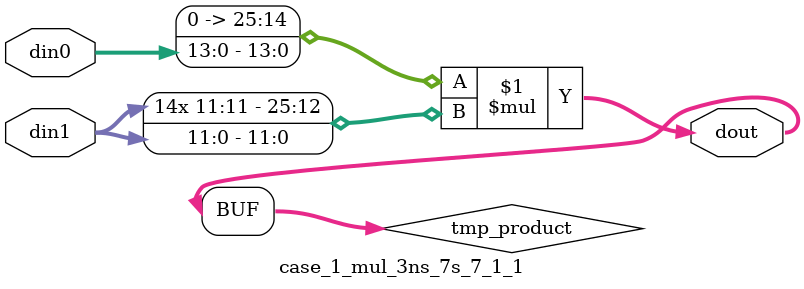
<source format=v>

`timescale 1 ns / 1 ps

 (* use_dsp = "no" *)  module case_1_mul_3ns_7s_7_1_1(din0, din1, dout);
parameter ID = 1;
parameter NUM_STAGE = 0;
parameter din0_WIDTH = 14;
parameter din1_WIDTH = 12;
parameter dout_WIDTH = 26;

input [din0_WIDTH - 1 : 0] din0; 
input [din1_WIDTH - 1 : 0] din1; 
output [dout_WIDTH - 1 : 0] dout;

wire signed [dout_WIDTH - 1 : 0] tmp_product;

























assign tmp_product = $signed({1'b0, din0}) * $signed(din1);










assign dout = tmp_product;





















endmodule

</source>
